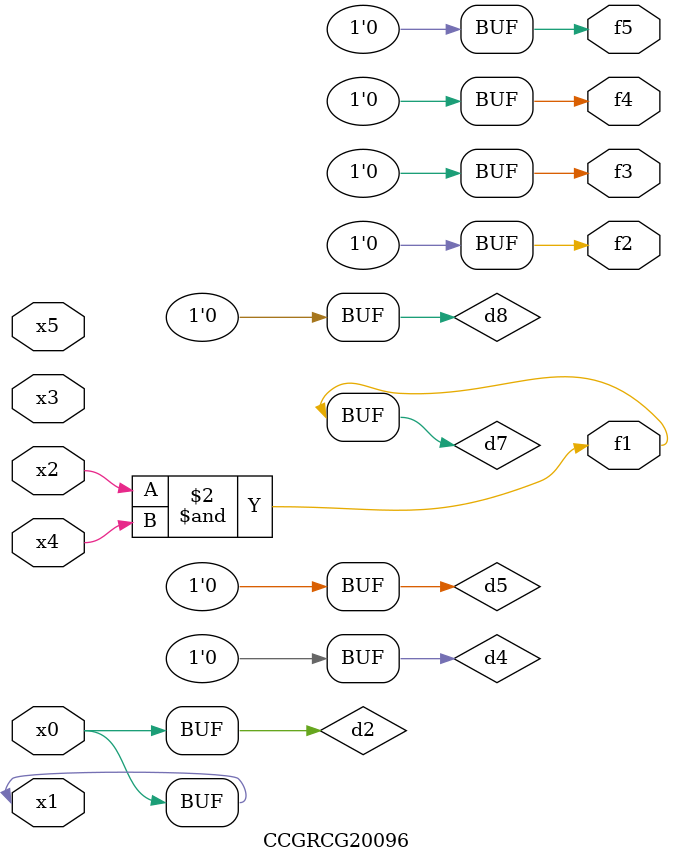
<source format=v>
module CCGRCG20096(
	input x0, x1, x2, x3, x4, x5,
	output f1, f2, f3, f4, f5
);

	wire d1, d2, d3, d4, d5, d6, d7, d8, d9;

	nand (d1, x1);
	buf (d2, x0, x1);
	nand (d3, x2, x4);
	and (d4, d1, d2);
	and (d5, d1, d2);
	nand (d6, d1, d3);
	not (d7, d3);
	xor (d8, d5);
	nor (d9, d5, d6);
	assign f1 = d7;
	assign f2 = d8;
	assign f3 = d8;
	assign f4 = d8;
	assign f5 = d8;
endmodule

</source>
